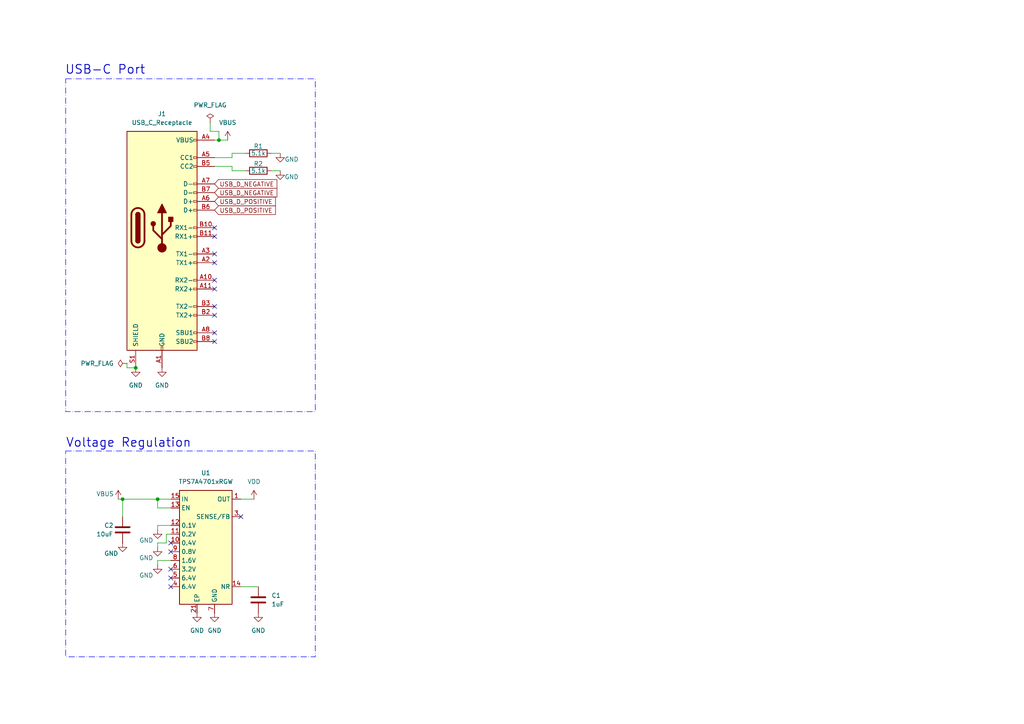
<source format=kicad_sch>
(kicad_sch (version 20250114) (generator "eeschema") (generator_version "9.0")
  (paper "A4")
  (title_block (title "NorthReach 1 - The opensource controller for presentations") (date "2026-01-06") (rev "v1.0") (company "Stratos Thivaios") (comment 1 "CERN Open Hardware License v2 - Strongly Reciprocal") (comment 2 "Copyright © 2026 Stratos Thivaios") (comment 3 "github.com/sthivaios/northreach_1"))
  (lib_symbols
    (symbol "Connector:USB_C_Receptacle" (pin_names (offset 1.016))
      (property "Reference" "J" (at -10.16 29.21 0))
      (property "Value" "USB_C_Receptacle" (at 10.16 29.21 0))
      (symbol "USB_C_Receptacle_0_0"
        (rectangle (start -0.254 -35.56) (end 0.254 -34.544))
        (rectangle (start 10.16 25.654) (end 9.144 25.146))
        (rectangle (start 10.16 20.574) (end 9.144 20.066))
        (rectangle (start 10.16 18.034) (end 9.144 17.526))
        (rectangle (start 10.16 12.954) (end 9.144 12.446))
        (rectangle (start 10.16 10.414) (end 9.144 9.906))
        (rectangle (start 10.16 7.874) (end 9.144 7.366))
        (rectangle (start 10.16 5.334) (end 9.144 4.826))
        (rectangle (start 10.16 0.254) (end 9.144 -0.254))
        (rectangle (start 10.16 -2.286) (end 9.144 -2.794))
        (rectangle (start 10.16 -7.366) (end 9.144 -7.874))
        (rectangle (start 10.16 -9.906) (end 9.144 -10.414))
        (rectangle (start 10.16 -14.986) (end 9.144 -15.494))
        (rectangle (start 10.16 -17.526) (end 9.144 -18.034))
        (rectangle (start 10.16 -22.606) (end 9.144 -23.114))
        (rectangle (start 10.16 -25.146) (end 9.144 -25.654))
        (rectangle (start 10.16 -30.226) (end 9.144 -30.734))
        (rectangle (start 10.16 -32.766) (end 9.144 -33.274))
      )
      (symbol "USB_C_Receptacle_0_1"
        (rectangle (start -10.16 27.94) (end 10.16 -35.56) (stroke (width 0.254)) (fill (type background)))
        (polyline (pts (xy -8.89 -3.81) (xy -8.89 3.81)) (stroke (width 0.508)))
        (rectangle (start -7.62 -3.81) (end -6.35 3.81) (stroke (width 0.254)) (fill (type outline)))
        (arc (start -7.62 3.81) (mid -6.985 4.4423) (end -6.35 3.81) (stroke (width 0.254)))
        (arc (start -7.62 3.81) (mid -6.985 4.4423) (end -6.35 3.81) (stroke (width 0.254)) (fill (type outline)))
        (arc (start -8.89 3.81) (mid -6.985 5.7067) (end -5.08 3.81) (stroke (width 0.508)))
        (arc (start -5.08 -3.81) (mid -6.985 -5.7067) (end -8.89 -3.81) (stroke (width 0.508)))
        (arc (start -6.35 -3.81) (mid -6.985 -4.4423) (end -7.62 -3.81) (stroke (width 0.254)))
        (arc (start -6.35 -3.81) (mid -6.985 -4.4423) (end -7.62 -3.81) (stroke (width 0.254)) (fill (type outline)))
        (polyline (pts (xy -5.08 3.81) (xy -5.08 -3.81)) (stroke (width 0.508)))
      )
      (symbol "USB_C_Receptacle_1_1"
        (circle (center -2.54 1.143) (radius 0.635) (stroke (width 0.254)) (fill (type outline)))
        (polyline (pts (xy -1.27 4.318) (xy 0 6.858) (xy 1.27 4.318) (xy -1.27 4.318)) (stroke (width 0.254)) (fill (type outline)))
        (polyline (pts (xy 0 -2.032) (xy 2.54 0.508) (xy 2.54 1.778)) (stroke (width 0.508)))
        (polyline (pts (xy 0 -3.302) (xy -2.54 -0.762) (xy -2.54 0.508)) (stroke (width 0.508)))
        (polyline (pts (xy 0 -5.842) (xy 0 4.318)) (stroke (width 0.508)))
        (circle (center 0 -5.842) (radius 1.27) (fill (type outline)))
        (rectangle (start 1.905 1.778) (end 3.175 3.048) (stroke (width 0.254)) (fill (type outline)))
        (pin passive line (at -7.62 -40.64 90) (length 5.08) (name "SHIELD") (number "S1"))
        (pin passive line (at 0 -40.64 90) (length 5.08) (name "GND") (number "A1"))
        (pin passive line (at 0 -40.64 90) (length 5.08) (hide yes) (name "GND") (number "A12"))
        (pin passive line (at 0 -40.64 90) (length 5.08) (hide yes) (name "GND") (number "B1"))
        (pin passive line (at 0 -40.64 90) (length 5.08) (hide yes) (name "GND") (number "B12"))
        (pin passive line (at 15.24 25.4 180) (length 5.08) (name "VBUS") (number "A4"))
        (pin passive line (at 15.24 25.4 180) (length 5.08) (hide yes) (name "VBUS") (number "A9"))
        (pin passive line (at 15.24 25.4 180) (length 5.08) (hide yes) (name "VBUS") (number "B4"))
        (pin passive line (at 15.24 25.4 180) (length 5.08) (hide yes) (name "VBUS") (number "B9"))
        (pin bidirectional line (at 15.24 20.32 180) (length 5.08) (name "CC1") (number "A5"))
        (pin bidirectional line (at 15.24 17.78 180) (length 5.08) (name "CC2") (number "B5"))
        (pin bidirectional line (at 15.24 12.7 180) (length 5.08) (name "D-") (number "A7"))
        (pin bidirectional line (at 15.24 10.16 180) (length 5.08) (name "D-") (number "B7"))
        (pin bidirectional line (at 15.24 7.62 180) (length 5.08) (name "D+") (number "A6"))
        (pin bidirectional line (at 15.24 5.08 180) (length 5.08) (name "D+") (number "B6"))
        (pin bidirectional line (at 15.24 0 180) (length 5.08) (name "RX1-") (number "B10"))
        (pin bidirectional line (at 15.24 -2.54 180) (length 5.08) (name "RX1+") (number "B11"))
        (pin bidirectional line (at 15.24 -7.62 180) (length 5.08) (name "TX1-") (number "A3"))
        (pin bidirectional line (at 15.24 -10.16 180) (length 5.08) (name "TX1+") (number "A2"))
        (pin bidirectional line (at 15.24 -15.24 180) (length 5.08) (name "RX2-") (number "A10"))
        (pin bidirectional line (at 15.24 -17.78 180) (length 5.08) (name "RX2+") (number "A11"))
        (pin bidirectional line (at 15.24 -22.86 180) (length 5.08) (name "TX2-") (number "B3"))
        (pin bidirectional line (at 15.24 -25.4 180) (length 5.08) (name "TX2+") (number "B2"))
        (pin bidirectional line (at 15.24 -30.48 180) (length 5.08) (name "SBU1") (number "A8"))
        (pin bidirectional line (at 15.24 -33.02 180) (length 5.08) (name "SBU2") (number "B8"))
      )
    )
    (symbol "Device:C" (pin_numbers (hide yes)) (pin_names (offset 0.254))
      (property "Reference" "C" (at 0.635 2.54 0))
      (property "Value" "C" (at 0.635 -2.54 0))
      (symbol "C_0_1"
        (polyline (pts (xy -2.032 0.762) (xy 2.032 0.762)) (stroke (width 0.508)))
        (polyline (pts (xy -2.032 -0.762) (xy 2.032 -0.762)) (stroke (width 0.508)))
      )
      (symbol "C_1_1"
        (pin passive line (at 0 3.81 270) (length 2.794) (name "~") (number "1"))
        (pin passive line (at 0 -3.81 90) (length 2.794) (name "~") (number "2"))
      )
    )
    (symbol "Device:R" (pin_numbers (hide yes)) (pin_names (offset 0))
      (property "Reference" "R" (at 2.032 0 90))
      (property "Value" "R" (at 0 0 90))
      (symbol "R_0_1"
        (rectangle (start -1.016 -2.54) (end 1.016 2.54) (stroke (width 0.254)))
      )
      (symbol "R_1_1"
        (pin passive line (at 0 3.81 270) (length 1.27) (name "~") (number "1"))
        (pin passive line (at 0 -3.81 90) (length 1.27) (name "~") (number "2"))
      )
    )
    (symbol "Regulator_Linear:TPS7A4701xRGW"
      (property "Reference" "U" (at -6.35 19.05 0))
      (property "Value" "TPS7A4701xRGW" (at 3.81 19.05 0))
      (symbol "TPS7A4701xRGW_0_1"
        (rectangle (start -7.62 17.78) (end 7.62 -15.24) (stroke (width 0.254)) (fill (type background)))
      )
      (symbol "TPS7A4701xRGW_1_1"
        (pin power_in line (at -10.16 15.24 0) (length 2.54) (name "IN") (number "15"))
        (pin passive line (at -10.16 15.24 0) (length 2.54) (hide yes) (name "IN") (number "16"))
        (pin input line (at -10.16 12.7 0) (length 2.54) (name "EN") (number "13"))
        (pin input line (at -10.16 7.62 0) (length 2.54) (name "0.1V") (number "12"))
        (pin input line (at -10.16 5.08 0) (length 2.54) (name "0.2V") (number "11"))
        (pin input line (at -10.16 2.54 0) (length 2.54) (name "0.4V") (number "10"))
        (pin input line (at -10.16 0 0) (length 2.54) (name "0.8V") (number "9"))
        (pin input line (at -10.16 -2.54 0) (length 2.54) (name "1.6V") (number "8"))
        (pin input line (at -10.16 -5.08 0) (length 2.54) (name "3.2V") (number "6"))
        (pin input line (at -10.16 -7.62 0) (length 2.54) (name "6.4V") (number "5"))
        (pin input line (at -10.16 -10.16 0) (length 2.54) (name "6.4V") (number "4"))
        (pin passive line (at -2.54 -17.78 90) (length 2.54) (name "EP") (number "21"))
        (pin power_in line (at 2.54 -17.78 90) (length 2.54) (name "GND") (number "7"))
        (pin power_out line (at 10.16 15.24 180) (length 2.54) (name "OUT") (number "1"))
        (pin power_out line (at 10.16 15.24 180) (length 2.54) (hide yes) (name "OUT") (number "20"))
        (pin input line (at 10.16 10.16 180) (length 2.54) (name "SENSE/FB") (number "3"))
        (pin passive line (at 10.16 -10.16 180) (length 2.54) (name "NR") (number "14"))
      )
    )
    (symbol "power:GND" (power) (pin_numbers (hide yes)) (pin_names (offset 0) (hide yes))
      (property "Value" "GND" (at 0 -3.81 0))
      (symbol "GND_0_1"
        (polyline (pts (xy 0 0) (xy 0 -1.27) (xy 1.27 -1.27) (xy 0 -2.54) (xy -1.27 -1.27) (xy 0 -1.27)))
      )
      (symbol "GND_1_1"
        (pin power_in line (at 0 0 270) (length 0) (name "~") (number "1"))
      )
    )
    (symbol "power:PWR_FLAG" (power) (pin_numbers (hide yes)) (pin_names (offset 0) (hide yes))
      (property "Value" "PWR_FLAG" (at 0 3.81 0))
      (symbol "PWR_FLAG_0_0"
        (pin power_out line (at 0 0 90) (length 0) (name "~") (number "1"))
      )
      (symbol "PWR_FLAG_0_1"
        (polyline (pts (xy 0 0) (xy 0 1.27) (xy -1.016 1.905) (xy 0 2.54) (xy 1.016 1.905) (xy 0 1.27)))
      )
    )
    (symbol "power:VBUS" (power) (pin_numbers (hide yes)) (pin_names (offset 0) (hide yes))
      (property "Value" "VBUS" (at 0 3.556 0))
      (symbol "VBUS_0_1"
        (polyline (pts (xy -0.762 1.27) (xy 0 2.54)))
        (polyline (pts (xy 0 2.54) (xy 0.762 1.27)))
        (polyline (pts (xy 0 0) (xy 0 2.54)))
      )
      (symbol "VBUS_1_1"
        (pin power_in line (at 0 0 90) (length 0) (name "~") (number "1"))
      )
    )
    (symbol "power:VDD" (power) (pin_numbers (hide yes)) (pin_names (offset 0) (hide yes))
      (property "Value" "VDD" (at 0 3.556 0))
      (symbol "VDD_0_1"
        (polyline (pts (xy -0.762 1.27) (xy 0 2.54)))
        (polyline (pts (xy 0 2.54) (xy 0.762 1.27)))
        (polyline (pts (xy 0 0) (xy 0 2.54)))
      )
      (symbol "VDD_1_1"
        (pin power_in line (at 0 0 90) (length 0) (name "~") (number "1"))
      )
    )
  )
  (rectangle (start 19.05 22.86) (end 91.44 119.38) (stroke (width 0) (type dash_dot) (color 0 1 255 1)))
  (rectangle (start 19.05 130.81) (end 91.44 190.5) (stroke (width 0) (type dash_dot) (color 0 1 255 1)))
  (text "Voltage Regulation" (at 19.05 128.524 0) (effects (font (size 2.54 2.54) (thickness 0.254) (bold yes)) (justify left)))
  (text "USB-C Port" (at 18.796 20.32 0) (effects (font (size 2.54 2.54) (thickness 0.254) (bold yes)) (justify left)))
  (junction (at 39.37 106.68))
  (junction (at 63.5 40.64))
  (junction (at 45.72 144.78))
  (junction (at 35.56 144.78))
  (no_connect (at 49.53 157.48))
  (no_connect (at 49.53 160.02))
  (no_connect (at 62.23 73.66))
  (no_connect (at 49.53 167.64))
  (no_connect (at 62.23 66.04))
  (no_connect (at 62.23 88.9))
  (no_connect (at 62.23 91.44))
  (no_connect (at 62.23 96.52))
  (no_connect (at 62.23 99.06))
  (no_connect (at 62.23 83.82))
  (no_connect (at 62.23 81.28))
  (no_connect (at 49.53 170.18))
  (no_connect (at 69.85 149.86))
  (no_connect (at 62.23 68.58))
  (no_connect (at 49.53 165.1))
  (no_connect (at 62.23 76.2))
  (wire (pts (xy 69.85 170.18) (xy 74.93 170.18)))
  (wire (pts (xy 45.72 144.78) (xy 49.53 144.78)))
  (wire (pts (xy 36.83 105.41) (xy 36.83 106.68)))
  (wire (pts (xy 45.72 147.32) (xy 45.72 144.78)))
  (wire (pts (xy 78.74 49.53) (xy 81.28 49.53)))
  (wire (pts (xy 63.5 38.1) (xy 63.5 40.64)))
  (wire (pts (xy 62.23 48.26) (xy 67.31 48.26)))
  (wire (pts (xy 69.85 144.78) (xy 73.66 144.78)))
  (wire (pts (xy 60.96 38.1) (xy 63.5 38.1)))
  (wire (pts (xy 45.72 157.48) (xy 48.26 157.48)))
  (wire (pts (xy 67.31 49.53) (xy 71.12 49.53)))
  (wire (pts (xy 62.23 45.72) (xy 67.31 45.72)))
  (wire (pts (xy 48.26 157.48) (xy 48.26 154.94)))
  (wire (pts (xy 67.31 44.45) (xy 71.12 44.45)))
  (wire (pts (xy 35.56 144.78) (xy 45.72 144.78)))
  (wire (pts (xy 67.31 48.26) (xy 67.31 49.53)))
  (wire (pts (xy 45.72 158.75) (xy 45.72 157.48)))
  (wire (pts (xy 67.31 45.72) (xy 67.31 44.45)))
  (wire (pts (xy 34.29 144.78) (xy 35.56 144.78)))
  (wire (pts (xy 35.56 149.86) (xy 35.56 144.78)))
  (wire (pts (xy 60.96 35.56) (xy 60.96 38.1)))
  (wire (pts (xy 48.26 154.94) (xy 49.53 154.94)))
  (wire (pts (xy 45.72 153.67) (xy 45.72 152.4)))
  (wire (pts (xy 49.53 162.56) (xy 45.72 162.56)))
  (wire (pts (xy 78.74 44.45) (xy 81.28 44.45)))
  (wire (pts (xy 63.5 40.64) (xy 66.04 40.64)))
  (wire (pts (xy 49.53 147.32) (xy 45.72 147.32)))
  (wire (pts (xy 45.72 152.4) (xy 49.53 152.4)))
  (wire (pts (xy 62.23 40.64) (xy 63.5 40.64)))
  (wire (pts (xy 45.72 162.56) (xy 45.72 163.83)))
  (wire (pts (xy 36.83 106.68) (xy 39.37 106.68)))
  (global_label "USB_D_POSITIVE" (shape input) (at 62.23 60.96 0) (property "Intersheetrefs" "${INTERSHEET_REFS}" (effects (hide yes))))
  (global_label "USB_D_POSITIVE" (shape input) (at 62.23 58.42 0) (property "Intersheetrefs" "${INTERSHEET_REFS}" (effects (hide yes))))
  (global_label "USB_D_NEGATIVE" (shape input) (at 62.23 55.88 0) (property "Intersheetrefs" "${INTERSHEET_REFS}" (effects (hide yes))))
  (global_label "USB_D_NEGATIVE" (shape input) (at 62.23 53.34 0) (property "Intersheetrefs" "${INTERSHEET_REFS}" (effects (hide yes))))
  (symbol (lib_id "Regulator_Linear:TPS7A4701xRGW") (at 59.69 160.02 0) (unit 1)
    (property "Reference" "U1" (at 59.69 137.16 0))
    (property "Value" "TPS7A4701xRGW" (at 59.69 139.7 0))
    (property "Footprint" "Package_DFN_QFN:Texas_RGW0020A_VQFN-20-1EP_5x5mm_P0.65mm_EP3.15x3.15mm_ThermalVias" (effects (hide yes)))
    (property "Datasheet" "https://www.ti.com/lit/ds/symlink/tps7a47.pdf" (effects (hide yes)))
    (property "Description" "1A, Low-Noise Low-Dropout Voltage Regulator, 3-35V Input, Adjustable 1.4-34V Output, VQFN-20" (effects (hide yes)))
  )
  (symbol (lib_id "power:GND") (at 74.93 177.8 0) (unit 1)
    (property "Reference" "#PWR08" (effects (hide yes)))
    (property "Value" "GND" (at 74.93 182.88 0))
    (property "Description" "Power symbol creates a global label with name \"GND\" , ground" (effects (hide yes)))
  )
  (symbol (lib_id "Connector:USB_C_Receptacle") (at 46.99 66.04 0) (unit 1)
    (property "Reference" "J1" (at 46.99 33.02 0))
    (property "Value" "USB_C_Receptacle" (at 46.99 35.56 0))
    (property "Footprint" "Connector_USB:USB_C_Receptacle_Amphenol_12401610E4-2A" (effects (hide yes)))
    (property "Datasheet" "https://www.usb.org/sites/default/files/documents/usb_type-c.zip" (effects (hide yes)))
    (property "Description" "USB Full-Featured Type-C Receptacle connector" (effects (hide yes)))
  )
  (symbol (lib_id "power:VBUS") (at 66.04 40.64 0) (unit 1)
    (property "Reference" "#PWR02" (effects (hide yes)))
    (property "Value" "VBUS" (at 66.04 35.56 0))
    (property "Description" "Power symbol creates a global label with name \"VBUS\"" (effects (hide yes)))
  )
  (symbol (lib_id "power:GND") (at 81.28 44.45 0) (unit 1)
    (property "Reference" "#PWR03" (effects (hide yes)))
    (property "Value" "GND" (at 84.582 46.228 0))
    (property "Description" "Power symbol creates a global label with name \"GND\" , ground" (effects (hide yes)))
  )
  (symbol (lib_id "Device:R") (at 74.93 44.45 90) (unit 1)
    (property "Reference" "R1" (at 74.93 42.418 90))
    (property "Value" "5.1k" (at 74.93 44.45 90))
    (property "Footprint" "Resistor_SMD:R_0805_2012Metric" (effects (hide yes)))
    (property "Description" "Resistor" (effects (hide yes)))
  )
  (symbol (lib_id "power:GND") (at 46.99 106.68 0) (unit 1)
    (property "Reference" "#PWR05" (effects (hide yes)))
    (property "Value" "GND" (at 46.99 111.76 0))
    (property "Description" "Power symbol creates a global label with name \"GND\" , ground" (effects (hide yes)))
  )
  (symbol (lib_id "power:GND") (at 81.28 49.53 0) (unit 1)
    (property "Reference" "#PWR04" (effects (hide yes)))
    (property "Value" "GND" (at 84.582 51.308 0))
    (property "Description" "Power symbol creates a global label with name \"GND\" , ground" (effects (hide yes)))
  )
  (symbol (lib_id "power:GND") (at 62.23 177.8 0) (unit 1)
    (property "Reference" "#PWR06" (effects (hide yes)))
    (property "Value" "GND" (at 62.23 182.88 0))
    (property "Description" "Power symbol creates a global label with name \"GND\" , ground" (effects (hide yes)))
  )
  (symbol (lib_id "Device:R") (at 74.93 49.53 90) (unit 1)
    (property "Reference" "R2" (at 74.93 47.498 90))
    (property "Value" "5.1k" (at 74.93 49.53 90))
    (property "Footprint" "Resistor_SMD:R_0805_2012Metric" (effects (hide yes)))
    (property "Description" "Resistor" (effects (hide yes)))
  )
  (symbol (lib_id "power:GND") (at 45.72 153.67 0) (unit 1)
    (property "Reference" "#PWR012" (effects (hide yes)))
    (property "Value" "GND" (at 42.418 156.718 0))
    (property "Description" "Power symbol creates a global label with name \"GND\" , ground" (effects (hide yes)))
  )
  (symbol (lib_id "Device:C") (at 74.93 173.99 180) (unit 1)
    (property "Reference" "C1" (at 78.74 172.7199 0) (effects (justify right)))
    (property "Value" "1uF" (at 78.74 175.2599 0) (effects (justify right)))
    (property "Footprint" "Capacitor_SMD:C_0805_2012Metric" (effects (hide yes)))
    (property "Description" "Unpolarized capacitor" (effects (hide yes)))
  )
  (symbol (lib_id "power:GND") (at 35.56 157.48 0) (unit 1)
    (property "Reference" "#PWR010" (effects (hide yes)))
    (property "Value" "GND" (at 32.258 160.528 0))
    (property "Description" "Power symbol creates a global label with name \"GND\" , ground" (effects (hide yes)))
  )
  (symbol (lib_id "Device:C") (at 35.56 153.67 180) (unit 1)
    (property "Reference" "C2" (at 30.226 152.4 0) (effects (justify right)))
    (property "Value" "10uF" (at 27.94 154.94 0) (effects (justify right)))
    (property "Footprint" "Capacitor_SMD:C_0805_2012Metric" (effects (hide yes)))
    (property "Description" "Unpolarized capacitor" (effects (hide yes)))
  )
  (symbol (lib_id "power:GND") (at 39.37 106.68 0) (unit 1)
    (property "Reference" "#PWR01" (effects (hide yes)))
    (property "Value" "GND" (at 39.37 111.76 0))
    (property "Description" "Power symbol creates a global label with name \"GND\" , ground" (effects (hide yes)))
  )
  (symbol (lib_id "power:GND") (at 45.72 163.83 0) (unit 1)
    (property "Reference" "#PWR014" (effects (hide yes)))
    (property "Value" "GND" (at 42.418 166.878 0))
    (property "Description" "Power symbol creates a global label with name \"GND\" , ground" (effects (hide yes)))
  )
  (symbol (lib_id "power:GND") (at 57.15 177.8 0) (unit 1)
    (property "Reference" "#PWR07" (effects (hide yes)))
    (property "Value" "GND" (at 57.15 182.88 0))
    (property "Description" "Power symbol creates a global label with name \"GND\" , ground" (effects (hide yes)))
  )
  (symbol (lib_id "power:GND") (at 45.72 158.75 0) (unit 1)
    (property "Reference" "#PWR013" (effects (hide yes)))
    (property "Value" "GND" (at 42.418 161.798 0))
    (property "Description" "Power symbol creates a global label with name \"GND\" , ground" (effects (hide yes)))
  )
  (symbol (lib_id "power:PWR_FLAG") (at 36.83 105.41 90) (unit 1)
    (property "Reference" "#FLG02" (effects (hide yes)))
    (property "Value" "PWR_FLAG" (at 33.02 105.4099 90) (effects (justify left)))
    (property "Description" "Special symbol for telling ERC where power comes from" (effects (hide yes)))
  )
  (symbol (lib_id "power:VDD") (at 73.66 144.78 0) (unit 1)
    (property "Reference" "#PWR011" (effects (hide yes)))
    (property "Value" "VDD" (at 73.66 139.7 0))
    (property "Description" "Power symbol creates a global label with name \"VDD\"" (effects (hide yes)))
  )
  (symbol (lib_id "power:VBUS") (at 34.29 144.78 0) (unit 1)
    (property "Reference" "#PWR09" (effects (hide yes)))
    (property "Value" "VBUS" (at 30.48 143.256 0))
    (property "Description" "Power symbol creates a global label with name \"VBUS\"" (effects (hide yes)))
  )
  (symbol (lib_id "power:PWR_FLAG") (at 60.96 35.56 0) (unit 1)
    (property "Reference" "#FLG03" (effects (hide yes)))
    (property "Value" "PWR_FLAG" (at 60.96 30.48 0))
    (property "Description" "Special symbol for telling ERC where power comes from" (effects (hide yes)))
  )
)
</source>
